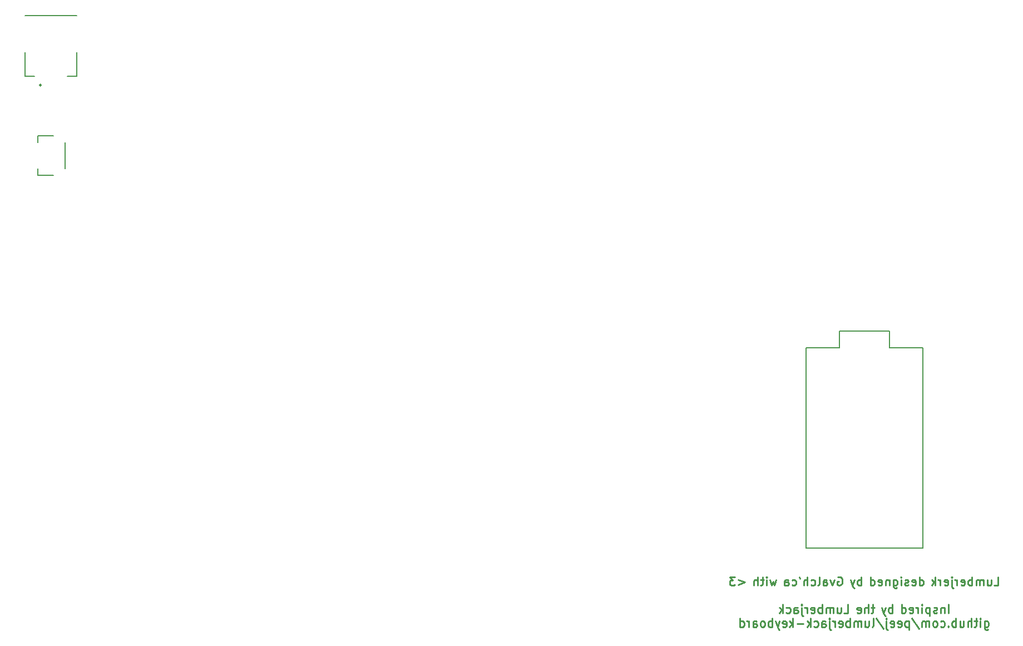
<source format=gbr>
G04 #@! TF.GenerationSoftware,KiCad,Pcbnew,(6.99.0-566-g22ff66f142)*
G04 #@! TF.CreationDate,2022-04-28T17:10:11+03:00*
G04 #@! TF.ProjectId,lumberjerk,6c756d62-6572-46a6-9572-6b2e6b696361,1.2*
G04 #@! TF.SameCoordinates,Original*
G04 #@! TF.FileFunction,Legend,Bot*
G04 #@! TF.FilePolarity,Positive*
%FSLAX46Y46*%
G04 Gerber Fmt 4.6, Leading zero omitted, Abs format (unit mm)*
G04 Created by KiCad (PCBNEW (6.99.0-566-g22ff66f142)) date 2022-04-28 17:10:11*
%MOMM*%
%LPD*%
G01*
G04 APERTURE LIST*
%ADD10C,0.260000*%
%ADD11C,0.150000*%
%ADD12C,0.250000*%
G04 APERTURE END LIST*
D10*
X172128546Y-139222845D02*
X172747594Y-139222845D01*
X172747594Y-139222845D02*
X172747594Y-137922845D01*
X171138070Y-138356178D02*
X171138070Y-139222845D01*
X171695213Y-138356178D02*
X171695213Y-139037130D01*
X171695213Y-139037130D02*
X171633308Y-139160940D01*
X171633308Y-139160940D02*
X171509498Y-139222845D01*
X171509498Y-139222845D02*
X171323784Y-139222845D01*
X171323784Y-139222845D02*
X171199975Y-139160940D01*
X171199975Y-139160940D02*
X171138070Y-139099035D01*
X170519022Y-139222845D02*
X170519022Y-138356178D01*
X170519022Y-138479988D02*
X170457117Y-138418083D01*
X170457117Y-138418083D02*
X170333307Y-138356178D01*
X170333307Y-138356178D02*
X170147593Y-138356178D01*
X170147593Y-138356178D02*
X170023784Y-138418083D01*
X170023784Y-138418083D02*
X169961879Y-138541892D01*
X169961879Y-138541892D02*
X169961879Y-139222845D01*
X169961879Y-138541892D02*
X169899974Y-138418083D01*
X169899974Y-138418083D02*
X169776165Y-138356178D01*
X169776165Y-138356178D02*
X169590450Y-138356178D01*
X169590450Y-138356178D02*
X169466641Y-138418083D01*
X169466641Y-138418083D02*
X169404736Y-138541892D01*
X169404736Y-138541892D02*
X169404736Y-139222845D01*
X168785688Y-139222845D02*
X168785688Y-137922845D01*
X168785688Y-138418083D02*
X168661878Y-138356178D01*
X168661878Y-138356178D02*
X168414259Y-138356178D01*
X168414259Y-138356178D02*
X168290450Y-138418083D01*
X168290450Y-138418083D02*
X168228545Y-138479988D01*
X168228545Y-138479988D02*
X168166640Y-138603797D01*
X168166640Y-138603797D02*
X168166640Y-138975226D01*
X168166640Y-138975226D02*
X168228545Y-139099035D01*
X168228545Y-139099035D02*
X168290450Y-139160940D01*
X168290450Y-139160940D02*
X168414259Y-139222845D01*
X168414259Y-139222845D02*
X168661878Y-139222845D01*
X168661878Y-139222845D02*
X168785688Y-139160940D01*
X167114259Y-139160940D02*
X167238068Y-139222845D01*
X167238068Y-139222845D02*
X167485687Y-139222845D01*
X167485687Y-139222845D02*
X167609497Y-139160940D01*
X167609497Y-139160940D02*
X167671401Y-139037130D01*
X167671401Y-139037130D02*
X167671401Y-138541892D01*
X167671401Y-138541892D02*
X167609497Y-138418083D01*
X167609497Y-138418083D02*
X167485687Y-138356178D01*
X167485687Y-138356178D02*
X167238068Y-138356178D01*
X167238068Y-138356178D02*
X167114259Y-138418083D01*
X167114259Y-138418083D02*
X167052354Y-138541892D01*
X167052354Y-138541892D02*
X167052354Y-138665702D01*
X167052354Y-138665702D02*
X167671401Y-138789511D01*
X166495211Y-139222845D02*
X166495211Y-138356178D01*
X166495211Y-138603797D02*
X166433306Y-138479988D01*
X166433306Y-138479988D02*
X166371401Y-138418083D01*
X166371401Y-138418083D02*
X166247592Y-138356178D01*
X166247592Y-138356178D02*
X166123782Y-138356178D01*
X165690449Y-138356178D02*
X165690449Y-139470464D01*
X165690449Y-139470464D02*
X165752353Y-139594273D01*
X165752353Y-139594273D02*
X165876163Y-139656178D01*
X165876163Y-139656178D02*
X165938068Y-139656178D01*
X165690449Y-137922845D02*
X165752353Y-137984750D01*
X165752353Y-137984750D02*
X165690449Y-138046654D01*
X165690449Y-138046654D02*
X165628544Y-137984750D01*
X165628544Y-137984750D02*
X165690449Y-137922845D01*
X165690449Y-137922845D02*
X165690449Y-138046654D01*
X164576163Y-139160940D02*
X164699972Y-139222845D01*
X164699972Y-139222845D02*
X164947591Y-139222845D01*
X164947591Y-139222845D02*
X165071401Y-139160940D01*
X165071401Y-139160940D02*
X165133305Y-139037130D01*
X165133305Y-139037130D02*
X165133305Y-138541892D01*
X165133305Y-138541892D02*
X165071401Y-138418083D01*
X165071401Y-138418083D02*
X164947591Y-138356178D01*
X164947591Y-138356178D02*
X164699972Y-138356178D01*
X164699972Y-138356178D02*
X164576163Y-138418083D01*
X164576163Y-138418083D02*
X164514258Y-138541892D01*
X164514258Y-138541892D02*
X164514258Y-138665702D01*
X164514258Y-138665702D02*
X165133305Y-138789511D01*
X163957115Y-139222845D02*
X163957115Y-138356178D01*
X163957115Y-138603797D02*
X163895210Y-138479988D01*
X163895210Y-138479988D02*
X163833305Y-138418083D01*
X163833305Y-138418083D02*
X163709496Y-138356178D01*
X163709496Y-138356178D02*
X163585686Y-138356178D01*
X163152353Y-139222845D02*
X163152353Y-137922845D01*
X163028543Y-138727607D02*
X162657115Y-139222845D01*
X162657115Y-138356178D02*
X163152353Y-138851416D01*
X160762829Y-139222845D02*
X160762829Y-137922845D01*
X160762829Y-139160940D02*
X160886638Y-139222845D01*
X160886638Y-139222845D02*
X161134257Y-139222845D01*
X161134257Y-139222845D02*
X161258067Y-139160940D01*
X161258067Y-139160940D02*
X161319972Y-139099035D01*
X161319972Y-139099035D02*
X161381876Y-138975226D01*
X161381876Y-138975226D02*
X161381876Y-138603797D01*
X161381876Y-138603797D02*
X161319972Y-138479988D01*
X161319972Y-138479988D02*
X161258067Y-138418083D01*
X161258067Y-138418083D02*
X161134257Y-138356178D01*
X161134257Y-138356178D02*
X160886638Y-138356178D01*
X160886638Y-138356178D02*
X160762829Y-138418083D01*
X159648543Y-139160940D02*
X159772352Y-139222845D01*
X159772352Y-139222845D02*
X160019971Y-139222845D01*
X160019971Y-139222845D02*
X160143781Y-139160940D01*
X160143781Y-139160940D02*
X160205685Y-139037130D01*
X160205685Y-139037130D02*
X160205685Y-138541892D01*
X160205685Y-138541892D02*
X160143781Y-138418083D01*
X160143781Y-138418083D02*
X160019971Y-138356178D01*
X160019971Y-138356178D02*
X159772352Y-138356178D01*
X159772352Y-138356178D02*
X159648543Y-138418083D01*
X159648543Y-138418083D02*
X159586638Y-138541892D01*
X159586638Y-138541892D02*
X159586638Y-138665702D01*
X159586638Y-138665702D02*
X160205685Y-138789511D01*
X159091399Y-139160940D02*
X158967590Y-139222845D01*
X158967590Y-139222845D02*
X158719971Y-139222845D01*
X158719971Y-139222845D02*
X158596161Y-139160940D01*
X158596161Y-139160940D02*
X158534257Y-139037130D01*
X158534257Y-139037130D02*
X158534257Y-138975226D01*
X158534257Y-138975226D02*
X158596161Y-138851416D01*
X158596161Y-138851416D02*
X158719971Y-138789511D01*
X158719971Y-138789511D02*
X158905685Y-138789511D01*
X158905685Y-138789511D02*
X159029495Y-138727607D01*
X159029495Y-138727607D02*
X159091399Y-138603797D01*
X159091399Y-138603797D02*
X159091399Y-138541892D01*
X159091399Y-138541892D02*
X159029495Y-138418083D01*
X159029495Y-138418083D02*
X158905685Y-138356178D01*
X158905685Y-138356178D02*
X158719971Y-138356178D01*
X158719971Y-138356178D02*
X158596161Y-138418083D01*
X157977114Y-139222845D02*
X157977114Y-138356178D01*
X157977114Y-137922845D02*
X158039018Y-137984750D01*
X158039018Y-137984750D02*
X157977114Y-138046654D01*
X157977114Y-138046654D02*
X157915209Y-137984750D01*
X157915209Y-137984750D02*
X157977114Y-137922845D01*
X157977114Y-137922845D02*
X157977114Y-138046654D01*
X156800923Y-138356178D02*
X156800923Y-139408559D01*
X156800923Y-139408559D02*
X156862828Y-139532369D01*
X156862828Y-139532369D02*
X156924732Y-139594273D01*
X156924732Y-139594273D02*
X157048542Y-139656178D01*
X157048542Y-139656178D02*
X157234256Y-139656178D01*
X157234256Y-139656178D02*
X157358066Y-139594273D01*
X156800923Y-139160940D02*
X156924732Y-139222845D01*
X156924732Y-139222845D02*
X157172351Y-139222845D01*
X157172351Y-139222845D02*
X157296161Y-139160940D01*
X157296161Y-139160940D02*
X157358066Y-139099035D01*
X157358066Y-139099035D02*
X157419970Y-138975226D01*
X157419970Y-138975226D02*
X157419970Y-138603797D01*
X157419970Y-138603797D02*
X157358066Y-138479988D01*
X157358066Y-138479988D02*
X157296161Y-138418083D01*
X157296161Y-138418083D02*
X157172351Y-138356178D01*
X157172351Y-138356178D02*
X156924732Y-138356178D01*
X156924732Y-138356178D02*
X156800923Y-138418083D01*
X156181875Y-138356178D02*
X156181875Y-139222845D01*
X156181875Y-138479988D02*
X156119970Y-138418083D01*
X156119970Y-138418083D02*
X155996160Y-138356178D01*
X155996160Y-138356178D02*
X155810446Y-138356178D01*
X155810446Y-138356178D02*
X155686637Y-138418083D01*
X155686637Y-138418083D02*
X155624732Y-138541892D01*
X155624732Y-138541892D02*
X155624732Y-139222845D01*
X154510446Y-139160940D02*
X154634255Y-139222845D01*
X154634255Y-139222845D02*
X154881874Y-139222845D01*
X154881874Y-139222845D02*
X155005684Y-139160940D01*
X155005684Y-139160940D02*
X155067588Y-139037130D01*
X155067588Y-139037130D02*
X155067588Y-138541892D01*
X155067588Y-138541892D02*
X155005684Y-138418083D01*
X155005684Y-138418083D02*
X154881874Y-138356178D01*
X154881874Y-138356178D02*
X154634255Y-138356178D01*
X154634255Y-138356178D02*
X154510446Y-138418083D01*
X154510446Y-138418083D02*
X154448541Y-138541892D01*
X154448541Y-138541892D02*
X154448541Y-138665702D01*
X154448541Y-138665702D02*
X155067588Y-138789511D01*
X153334255Y-139222845D02*
X153334255Y-137922845D01*
X153334255Y-139160940D02*
X153458064Y-139222845D01*
X153458064Y-139222845D02*
X153705683Y-139222845D01*
X153705683Y-139222845D02*
X153829493Y-139160940D01*
X153829493Y-139160940D02*
X153891398Y-139099035D01*
X153891398Y-139099035D02*
X153953302Y-138975226D01*
X153953302Y-138975226D02*
X153953302Y-138603797D01*
X153953302Y-138603797D02*
X153891398Y-138479988D01*
X153891398Y-138479988D02*
X153829493Y-138418083D01*
X153829493Y-138418083D02*
X153705683Y-138356178D01*
X153705683Y-138356178D02*
X153458064Y-138356178D01*
X153458064Y-138356178D02*
X153334255Y-138418083D01*
X151935207Y-139222845D02*
X151935207Y-137922845D01*
X151935207Y-138418083D02*
X151811397Y-138356178D01*
X151811397Y-138356178D02*
X151563778Y-138356178D01*
X151563778Y-138356178D02*
X151439969Y-138418083D01*
X151439969Y-138418083D02*
X151378064Y-138479988D01*
X151378064Y-138479988D02*
X151316159Y-138603797D01*
X151316159Y-138603797D02*
X151316159Y-138975226D01*
X151316159Y-138975226D02*
X151378064Y-139099035D01*
X151378064Y-139099035D02*
X151439969Y-139160940D01*
X151439969Y-139160940D02*
X151563778Y-139222845D01*
X151563778Y-139222845D02*
X151811397Y-139222845D01*
X151811397Y-139222845D02*
X151935207Y-139160940D01*
X150882825Y-138356178D02*
X150573301Y-139222845D01*
X150263778Y-138356178D02*
X150573301Y-139222845D01*
X150573301Y-139222845D02*
X150697111Y-139532369D01*
X150697111Y-139532369D02*
X150759016Y-139594273D01*
X150759016Y-139594273D02*
X150882825Y-139656178D01*
X148307586Y-137984750D02*
X148431396Y-137922845D01*
X148431396Y-137922845D02*
X148617110Y-137922845D01*
X148617110Y-137922845D02*
X148802824Y-137984750D01*
X148802824Y-137984750D02*
X148926634Y-138108559D01*
X148926634Y-138108559D02*
X148988539Y-138232369D01*
X148988539Y-138232369D02*
X149050443Y-138479988D01*
X149050443Y-138479988D02*
X149050443Y-138665702D01*
X149050443Y-138665702D02*
X148988539Y-138913321D01*
X148988539Y-138913321D02*
X148926634Y-139037130D01*
X148926634Y-139037130D02*
X148802824Y-139160940D01*
X148802824Y-139160940D02*
X148617110Y-139222845D01*
X148617110Y-139222845D02*
X148493301Y-139222845D01*
X148493301Y-139222845D02*
X148307586Y-139160940D01*
X148307586Y-139160940D02*
X148245682Y-139099035D01*
X148245682Y-139099035D02*
X148245682Y-138665702D01*
X148245682Y-138665702D02*
X148493301Y-138665702D01*
X147812348Y-138356178D02*
X147502824Y-139222845D01*
X147502824Y-139222845D02*
X147193301Y-138356178D01*
X146140919Y-139222845D02*
X146140919Y-138541892D01*
X146140919Y-138541892D02*
X146202824Y-138418083D01*
X146202824Y-138418083D02*
X146326633Y-138356178D01*
X146326633Y-138356178D02*
X146574252Y-138356178D01*
X146574252Y-138356178D02*
X146698062Y-138418083D01*
X146140919Y-139160940D02*
X146264728Y-139222845D01*
X146264728Y-139222845D02*
X146574252Y-139222845D01*
X146574252Y-139222845D02*
X146698062Y-139160940D01*
X146698062Y-139160940D02*
X146759966Y-139037130D01*
X146759966Y-139037130D02*
X146759966Y-138913321D01*
X146759966Y-138913321D02*
X146698062Y-138789511D01*
X146698062Y-138789511D02*
X146574252Y-138727607D01*
X146574252Y-138727607D02*
X146264728Y-138727607D01*
X146264728Y-138727607D02*
X146140919Y-138665702D01*
X145336156Y-139222845D02*
X145459966Y-139160940D01*
X145459966Y-139160940D02*
X145521871Y-139037130D01*
X145521871Y-139037130D02*
X145521871Y-137922845D01*
X144283775Y-139160940D02*
X144407584Y-139222845D01*
X144407584Y-139222845D02*
X144655203Y-139222845D01*
X144655203Y-139222845D02*
X144779013Y-139160940D01*
X144779013Y-139160940D02*
X144840918Y-139099035D01*
X144840918Y-139099035D02*
X144902822Y-138975226D01*
X144902822Y-138975226D02*
X144902822Y-138603797D01*
X144902822Y-138603797D02*
X144840918Y-138479988D01*
X144840918Y-138479988D02*
X144779013Y-138418083D01*
X144779013Y-138418083D02*
X144655203Y-138356178D01*
X144655203Y-138356178D02*
X144407584Y-138356178D01*
X144407584Y-138356178D02*
X144283775Y-138418083D01*
X143726632Y-139222845D02*
X143726632Y-137922845D01*
X143169489Y-139222845D02*
X143169489Y-138541892D01*
X143169489Y-138541892D02*
X143231394Y-138418083D01*
X143231394Y-138418083D02*
X143355203Y-138356178D01*
X143355203Y-138356178D02*
X143540917Y-138356178D01*
X143540917Y-138356178D02*
X143664727Y-138418083D01*
X143664727Y-138418083D02*
X143726632Y-138479988D01*
X142488536Y-137922845D02*
X142612345Y-138170464D01*
X141374250Y-139160940D02*
X141498059Y-139222845D01*
X141498059Y-139222845D02*
X141745678Y-139222845D01*
X141745678Y-139222845D02*
X141869488Y-139160940D01*
X141869488Y-139160940D02*
X141931393Y-139099035D01*
X141931393Y-139099035D02*
X141993297Y-138975226D01*
X141993297Y-138975226D02*
X141993297Y-138603797D01*
X141993297Y-138603797D02*
X141931393Y-138479988D01*
X141931393Y-138479988D02*
X141869488Y-138418083D01*
X141869488Y-138418083D02*
X141745678Y-138356178D01*
X141745678Y-138356178D02*
X141498059Y-138356178D01*
X141498059Y-138356178D02*
X141374250Y-138418083D01*
X140259964Y-139222845D02*
X140259964Y-138541892D01*
X140259964Y-138541892D02*
X140321869Y-138418083D01*
X140321869Y-138418083D02*
X140445678Y-138356178D01*
X140445678Y-138356178D02*
X140693297Y-138356178D01*
X140693297Y-138356178D02*
X140817107Y-138418083D01*
X140259964Y-139160940D02*
X140383773Y-139222845D01*
X140383773Y-139222845D02*
X140693297Y-139222845D01*
X140693297Y-139222845D02*
X140817107Y-139160940D01*
X140817107Y-139160940D02*
X140879011Y-139037130D01*
X140879011Y-139037130D02*
X140879011Y-138913321D01*
X140879011Y-138913321D02*
X140817107Y-138789511D01*
X140817107Y-138789511D02*
X140693297Y-138727607D01*
X140693297Y-138727607D02*
X140383773Y-138727607D01*
X140383773Y-138727607D02*
X140259964Y-138665702D01*
X138984725Y-138356178D02*
X138737106Y-139222845D01*
X138737106Y-139222845D02*
X138489487Y-138603797D01*
X138489487Y-138603797D02*
X138241868Y-139222845D01*
X138241868Y-139222845D02*
X137994249Y-138356178D01*
X137499011Y-139222845D02*
X137499011Y-138356178D01*
X137499011Y-137922845D02*
X137560915Y-137984750D01*
X137560915Y-137984750D02*
X137499011Y-138046654D01*
X137499011Y-138046654D02*
X137437106Y-137984750D01*
X137437106Y-137984750D02*
X137499011Y-137922845D01*
X137499011Y-137922845D02*
X137499011Y-138046654D01*
X137065677Y-138356178D02*
X136570439Y-138356178D01*
X136879963Y-137922845D02*
X136879963Y-139037130D01*
X136879963Y-139037130D02*
X136818058Y-139160940D01*
X136818058Y-139160940D02*
X136694248Y-139222845D01*
X136694248Y-139222845D02*
X136570439Y-139222845D01*
X136137105Y-139222845D02*
X136137105Y-137922845D01*
X135579962Y-139222845D02*
X135579962Y-138541892D01*
X135579962Y-138541892D02*
X135641867Y-138418083D01*
X135641867Y-138418083D02*
X135765676Y-138356178D01*
X135765676Y-138356178D02*
X135951390Y-138356178D01*
X135951390Y-138356178D02*
X136075200Y-138418083D01*
X136075200Y-138418083D02*
X136137105Y-138479988D01*
X133190438Y-138356178D02*
X134180914Y-138727607D01*
X134180914Y-138727607D02*
X133190438Y-139099035D01*
X132695199Y-137922845D02*
X131890437Y-137922845D01*
X131890437Y-137922845D02*
X132323771Y-138418083D01*
X132323771Y-138418083D02*
X132138056Y-138418083D01*
X132138056Y-138418083D02*
X132014247Y-138479988D01*
X132014247Y-138479988D02*
X131952342Y-138541892D01*
X131952342Y-138541892D02*
X131890437Y-138665702D01*
X131890437Y-138665702D02*
X131890437Y-138975226D01*
X131890437Y-138975226D02*
X131952342Y-139099035D01*
X131952342Y-139099035D02*
X132014247Y-139160940D01*
X132014247Y-139160940D02*
X132138056Y-139222845D01*
X132138056Y-139222845D02*
X132509485Y-139222845D01*
X132509485Y-139222845D02*
X132633294Y-139160940D01*
X132633294Y-139160940D02*
X132695199Y-139099035D01*
X165189020Y-143434845D02*
X165189020Y-142134845D01*
X164569972Y-142568178D02*
X164569972Y-143434845D01*
X164569972Y-142691988D02*
X164508067Y-142630083D01*
X164508067Y-142630083D02*
X164384257Y-142568178D01*
X164384257Y-142568178D02*
X164198543Y-142568178D01*
X164198543Y-142568178D02*
X164074734Y-142630083D01*
X164074734Y-142630083D02*
X164012829Y-142753892D01*
X164012829Y-142753892D02*
X164012829Y-143434845D01*
X163455685Y-143372940D02*
X163331876Y-143434845D01*
X163331876Y-143434845D02*
X163084257Y-143434845D01*
X163084257Y-143434845D02*
X162960447Y-143372940D01*
X162960447Y-143372940D02*
X162898543Y-143249130D01*
X162898543Y-143249130D02*
X162898543Y-143187226D01*
X162898543Y-143187226D02*
X162960447Y-143063416D01*
X162960447Y-143063416D02*
X163084257Y-143001511D01*
X163084257Y-143001511D02*
X163269971Y-143001511D01*
X163269971Y-143001511D02*
X163393781Y-142939607D01*
X163393781Y-142939607D02*
X163455685Y-142815797D01*
X163455685Y-142815797D02*
X163455685Y-142753892D01*
X163455685Y-142753892D02*
X163393781Y-142630083D01*
X163393781Y-142630083D02*
X163269971Y-142568178D01*
X163269971Y-142568178D02*
X163084257Y-142568178D01*
X163084257Y-142568178D02*
X162960447Y-142630083D01*
X162341400Y-142568178D02*
X162341400Y-143868178D01*
X162341400Y-142630083D02*
X162217590Y-142568178D01*
X162217590Y-142568178D02*
X161969971Y-142568178D01*
X161969971Y-142568178D02*
X161846162Y-142630083D01*
X161846162Y-142630083D02*
X161784257Y-142691988D01*
X161784257Y-142691988D02*
X161722352Y-142815797D01*
X161722352Y-142815797D02*
X161722352Y-143187226D01*
X161722352Y-143187226D02*
X161784257Y-143311035D01*
X161784257Y-143311035D02*
X161846162Y-143372940D01*
X161846162Y-143372940D02*
X161969971Y-143434845D01*
X161969971Y-143434845D02*
X162217590Y-143434845D01*
X162217590Y-143434845D02*
X162341400Y-143372940D01*
X161165209Y-143434845D02*
X161165209Y-142568178D01*
X161165209Y-142134845D02*
X161227113Y-142196750D01*
X161227113Y-142196750D02*
X161165209Y-142258654D01*
X161165209Y-142258654D02*
X161103304Y-142196750D01*
X161103304Y-142196750D02*
X161165209Y-142134845D01*
X161165209Y-142134845D02*
X161165209Y-142258654D01*
X160546161Y-143434845D02*
X160546161Y-142568178D01*
X160546161Y-142815797D02*
X160484256Y-142691988D01*
X160484256Y-142691988D02*
X160422351Y-142630083D01*
X160422351Y-142630083D02*
X160298542Y-142568178D01*
X160298542Y-142568178D02*
X160174732Y-142568178D01*
X159246161Y-143372940D02*
X159369970Y-143434845D01*
X159369970Y-143434845D02*
X159617589Y-143434845D01*
X159617589Y-143434845D02*
X159741399Y-143372940D01*
X159741399Y-143372940D02*
X159803303Y-143249130D01*
X159803303Y-143249130D02*
X159803303Y-142753892D01*
X159803303Y-142753892D02*
X159741399Y-142630083D01*
X159741399Y-142630083D02*
X159617589Y-142568178D01*
X159617589Y-142568178D02*
X159369970Y-142568178D01*
X159369970Y-142568178D02*
X159246161Y-142630083D01*
X159246161Y-142630083D02*
X159184256Y-142753892D01*
X159184256Y-142753892D02*
X159184256Y-142877702D01*
X159184256Y-142877702D02*
X159803303Y-143001511D01*
X158069970Y-143434845D02*
X158069970Y-142134845D01*
X158069970Y-143372940D02*
X158193779Y-143434845D01*
X158193779Y-143434845D02*
X158441398Y-143434845D01*
X158441398Y-143434845D02*
X158565208Y-143372940D01*
X158565208Y-143372940D02*
X158627113Y-143311035D01*
X158627113Y-143311035D02*
X158689017Y-143187226D01*
X158689017Y-143187226D02*
X158689017Y-142815797D01*
X158689017Y-142815797D02*
X158627113Y-142691988D01*
X158627113Y-142691988D02*
X158565208Y-142630083D01*
X158565208Y-142630083D02*
X158441398Y-142568178D01*
X158441398Y-142568178D02*
X158193779Y-142568178D01*
X158193779Y-142568178D02*
X158069970Y-142630083D01*
X156670922Y-143434845D02*
X156670922Y-142134845D01*
X156670922Y-142630083D02*
X156547112Y-142568178D01*
X156547112Y-142568178D02*
X156299493Y-142568178D01*
X156299493Y-142568178D02*
X156175684Y-142630083D01*
X156175684Y-142630083D02*
X156113779Y-142691988D01*
X156113779Y-142691988D02*
X156051874Y-142815797D01*
X156051874Y-142815797D02*
X156051874Y-143187226D01*
X156051874Y-143187226D02*
X156113779Y-143311035D01*
X156113779Y-143311035D02*
X156175684Y-143372940D01*
X156175684Y-143372940D02*
X156299493Y-143434845D01*
X156299493Y-143434845D02*
X156547112Y-143434845D01*
X156547112Y-143434845D02*
X156670922Y-143372940D01*
X155618540Y-142568178D02*
X155309016Y-143434845D01*
X154999493Y-142568178D02*
X155309016Y-143434845D01*
X155309016Y-143434845D02*
X155432826Y-143744369D01*
X155432826Y-143744369D02*
X155494731Y-143806273D01*
X155494731Y-143806273D02*
X155618540Y-143868178D01*
X153909968Y-142568178D02*
X153414730Y-142568178D01*
X153724254Y-142134845D02*
X153724254Y-143249130D01*
X153724254Y-143249130D02*
X153662349Y-143372940D01*
X153662349Y-143372940D02*
X153538539Y-143434845D01*
X153538539Y-143434845D02*
X153414730Y-143434845D01*
X152981396Y-143434845D02*
X152981396Y-142134845D01*
X152424253Y-143434845D02*
X152424253Y-142753892D01*
X152424253Y-142753892D02*
X152486158Y-142630083D01*
X152486158Y-142630083D02*
X152609967Y-142568178D01*
X152609967Y-142568178D02*
X152795681Y-142568178D01*
X152795681Y-142568178D02*
X152919491Y-142630083D01*
X152919491Y-142630083D02*
X152981396Y-142691988D01*
X151309967Y-143372940D02*
X151433776Y-143434845D01*
X151433776Y-143434845D02*
X151681395Y-143434845D01*
X151681395Y-143434845D02*
X151805205Y-143372940D01*
X151805205Y-143372940D02*
X151867109Y-143249130D01*
X151867109Y-143249130D02*
X151867109Y-142753892D01*
X151867109Y-142753892D02*
X151805205Y-142630083D01*
X151805205Y-142630083D02*
X151681395Y-142568178D01*
X151681395Y-142568178D02*
X151433776Y-142568178D01*
X151433776Y-142568178D02*
X151309967Y-142630083D01*
X151309967Y-142630083D02*
X151248062Y-142753892D01*
X151248062Y-142753892D02*
X151248062Y-142877702D01*
X151248062Y-142877702D02*
X151867109Y-143001511D01*
X149291871Y-143434845D02*
X149910919Y-143434845D01*
X149910919Y-143434845D02*
X149910919Y-142134845D01*
X148301395Y-142568178D02*
X148301395Y-143434845D01*
X148858538Y-142568178D02*
X148858538Y-143249130D01*
X148858538Y-143249130D02*
X148796633Y-143372940D01*
X148796633Y-143372940D02*
X148672823Y-143434845D01*
X148672823Y-143434845D02*
X148487109Y-143434845D01*
X148487109Y-143434845D02*
X148363300Y-143372940D01*
X148363300Y-143372940D02*
X148301395Y-143311035D01*
X147682347Y-143434845D02*
X147682347Y-142568178D01*
X147682347Y-142691988D02*
X147620442Y-142630083D01*
X147620442Y-142630083D02*
X147496632Y-142568178D01*
X147496632Y-142568178D02*
X147310918Y-142568178D01*
X147310918Y-142568178D02*
X147187109Y-142630083D01*
X147187109Y-142630083D02*
X147125204Y-142753892D01*
X147125204Y-142753892D02*
X147125204Y-143434845D01*
X147125204Y-142753892D02*
X147063299Y-142630083D01*
X147063299Y-142630083D02*
X146939490Y-142568178D01*
X146939490Y-142568178D02*
X146753775Y-142568178D01*
X146753775Y-142568178D02*
X146629966Y-142630083D01*
X146629966Y-142630083D02*
X146568061Y-142753892D01*
X146568061Y-142753892D02*
X146568061Y-143434845D01*
X145949013Y-143434845D02*
X145949013Y-142134845D01*
X145949013Y-142630083D02*
X145825203Y-142568178D01*
X145825203Y-142568178D02*
X145577584Y-142568178D01*
X145577584Y-142568178D02*
X145453775Y-142630083D01*
X145453775Y-142630083D02*
X145391870Y-142691988D01*
X145391870Y-142691988D02*
X145329965Y-142815797D01*
X145329965Y-142815797D02*
X145329965Y-143187226D01*
X145329965Y-143187226D02*
X145391870Y-143311035D01*
X145391870Y-143311035D02*
X145453775Y-143372940D01*
X145453775Y-143372940D02*
X145577584Y-143434845D01*
X145577584Y-143434845D02*
X145825203Y-143434845D01*
X145825203Y-143434845D02*
X145949013Y-143372940D01*
X144277584Y-143372940D02*
X144401393Y-143434845D01*
X144401393Y-143434845D02*
X144649012Y-143434845D01*
X144649012Y-143434845D02*
X144772822Y-143372940D01*
X144772822Y-143372940D02*
X144834726Y-143249130D01*
X144834726Y-143249130D02*
X144834726Y-142753892D01*
X144834726Y-142753892D02*
X144772822Y-142630083D01*
X144772822Y-142630083D02*
X144649012Y-142568178D01*
X144649012Y-142568178D02*
X144401393Y-142568178D01*
X144401393Y-142568178D02*
X144277584Y-142630083D01*
X144277584Y-142630083D02*
X144215679Y-142753892D01*
X144215679Y-142753892D02*
X144215679Y-142877702D01*
X144215679Y-142877702D02*
X144834726Y-143001511D01*
X143658536Y-143434845D02*
X143658536Y-142568178D01*
X143658536Y-142815797D02*
X143596631Y-142691988D01*
X143596631Y-142691988D02*
X143534726Y-142630083D01*
X143534726Y-142630083D02*
X143410917Y-142568178D01*
X143410917Y-142568178D02*
X143287107Y-142568178D01*
X142853774Y-142568178D02*
X142853774Y-143682464D01*
X142853774Y-143682464D02*
X142915678Y-143806273D01*
X142915678Y-143806273D02*
X143039488Y-143868178D01*
X143039488Y-143868178D02*
X143101393Y-143868178D01*
X142853774Y-142134845D02*
X142915678Y-142196750D01*
X142915678Y-142196750D02*
X142853774Y-142258654D01*
X142853774Y-142258654D02*
X142791869Y-142196750D01*
X142791869Y-142196750D02*
X142853774Y-142134845D01*
X142853774Y-142134845D02*
X142853774Y-142258654D01*
X141677583Y-143434845D02*
X141677583Y-142753892D01*
X141677583Y-142753892D02*
X141739488Y-142630083D01*
X141739488Y-142630083D02*
X141863297Y-142568178D01*
X141863297Y-142568178D02*
X142110916Y-142568178D01*
X142110916Y-142568178D02*
X142234726Y-142630083D01*
X141677583Y-143372940D02*
X141801392Y-143434845D01*
X141801392Y-143434845D02*
X142110916Y-143434845D01*
X142110916Y-143434845D02*
X142234726Y-143372940D01*
X142234726Y-143372940D02*
X142296630Y-143249130D01*
X142296630Y-143249130D02*
X142296630Y-143125321D01*
X142296630Y-143125321D02*
X142234726Y-143001511D01*
X142234726Y-143001511D02*
X142110916Y-142939607D01*
X142110916Y-142939607D02*
X141801392Y-142939607D01*
X141801392Y-142939607D02*
X141677583Y-142877702D01*
X140501392Y-143372940D02*
X140625201Y-143434845D01*
X140625201Y-143434845D02*
X140872820Y-143434845D01*
X140872820Y-143434845D02*
X140996630Y-143372940D01*
X140996630Y-143372940D02*
X141058535Y-143311035D01*
X141058535Y-143311035D02*
X141120439Y-143187226D01*
X141120439Y-143187226D02*
X141120439Y-142815797D01*
X141120439Y-142815797D02*
X141058535Y-142691988D01*
X141058535Y-142691988D02*
X140996630Y-142630083D01*
X140996630Y-142630083D02*
X140872820Y-142568178D01*
X140872820Y-142568178D02*
X140625201Y-142568178D01*
X140625201Y-142568178D02*
X140501392Y-142630083D01*
X139944249Y-143434845D02*
X139944249Y-142134845D01*
X139820439Y-142939607D02*
X139449011Y-143434845D01*
X139449011Y-142568178D02*
X139944249Y-143063416D01*
X170673784Y-144674178D02*
X170673784Y-145726559D01*
X170673784Y-145726559D02*
X170735689Y-145850369D01*
X170735689Y-145850369D02*
X170797593Y-145912273D01*
X170797593Y-145912273D02*
X170921403Y-145974178D01*
X170921403Y-145974178D02*
X171107117Y-145974178D01*
X171107117Y-145974178D02*
X171230927Y-145912273D01*
X170673784Y-145478940D02*
X170797593Y-145540845D01*
X170797593Y-145540845D02*
X171045212Y-145540845D01*
X171045212Y-145540845D02*
X171169022Y-145478940D01*
X171169022Y-145478940D02*
X171230927Y-145417035D01*
X171230927Y-145417035D02*
X171292831Y-145293226D01*
X171292831Y-145293226D02*
X171292831Y-144921797D01*
X171292831Y-144921797D02*
X171230927Y-144797988D01*
X171230927Y-144797988D02*
X171169022Y-144736083D01*
X171169022Y-144736083D02*
X171045212Y-144674178D01*
X171045212Y-144674178D02*
X170797593Y-144674178D01*
X170797593Y-144674178D02*
X170673784Y-144736083D01*
X170054736Y-145540845D02*
X170054736Y-144674178D01*
X170054736Y-144240845D02*
X170116640Y-144302750D01*
X170116640Y-144302750D02*
X170054736Y-144364654D01*
X170054736Y-144364654D02*
X169992831Y-144302750D01*
X169992831Y-144302750D02*
X170054736Y-144240845D01*
X170054736Y-144240845D02*
X170054736Y-144364654D01*
X169621402Y-144674178D02*
X169126164Y-144674178D01*
X169435688Y-144240845D02*
X169435688Y-145355130D01*
X169435688Y-145355130D02*
X169373783Y-145478940D01*
X169373783Y-145478940D02*
X169249973Y-145540845D01*
X169249973Y-145540845D02*
X169126164Y-145540845D01*
X168692830Y-145540845D02*
X168692830Y-144240845D01*
X168135687Y-145540845D02*
X168135687Y-144859892D01*
X168135687Y-144859892D02*
X168197592Y-144736083D01*
X168197592Y-144736083D02*
X168321401Y-144674178D01*
X168321401Y-144674178D02*
X168507115Y-144674178D01*
X168507115Y-144674178D02*
X168630925Y-144736083D01*
X168630925Y-144736083D02*
X168692830Y-144797988D01*
X166959496Y-144674178D02*
X166959496Y-145540845D01*
X167516639Y-144674178D02*
X167516639Y-145355130D01*
X167516639Y-145355130D02*
X167454734Y-145478940D01*
X167454734Y-145478940D02*
X167330924Y-145540845D01*
X167330924Y-145540845D02*
X167145210Y-145540845D01*
X167145210Y-145540845D02*
X167021401Y-145478940D01*
X167021401Y-145478940D02*
X166959496Y-145417035D01*
X166340448Y-145540845D02*
X166340448Y-144240845D01*
X166340448Y-144736083D02*
X166216638Y-144674178D01*
X166216638Y-144674178D02*
X165969019Y-144674178D01*
X165969019Y-144674178D02*
X165845210Y-144736083D01*
X165845210Y-144736083D02*
X165783305Y-144797988D01*
X165783305Y-144797988D02*
X165721400Y-144921797D01*
X165721400Y-144921797D02*
X165721400Y-145293226D01*
X165721400Y-145293226D02*
X165783305Y-145417035D01*
X165783305Y-145417035D02*
X165845210Y-145478940D01*
X165845210Y-145478940D02*
X165969019Y-145540845D01*
X165969019Y-145540845D02*
X166216638Y-145540845D01*
X166216638Y-145540845D02*
X166340448Y-145478940D01*
X165164257Y-145417035D02*
X165102352Y-145478940D01*
X165102352Y-145478940D02*
X165164257Y-145540845D01*
X165164257Y-145540845D02*
X165226161Y-145478940D01*
X165226161Y-145478940D02*
X165164257Y-145417035D01*
X165164257Y-145417035D02*
X165164257Y-145540845D01*
X163988066Y-145478940D02*
X164111875Y-145540845D01*
X164111875Y-145540845D02*
X164359494Y-145540845D01*
X164359494Y-145540845D02*
X164483304Y-145478940D01*
X164483304Y-145478940D02*
X164545209Y-145417035D01*
X164545209Y-145417035D02*
X164607113Y-145293226D01*
X164607113Y-145293226D02*
X164607113Y-144921797D01*
X164607113Y-144921797D02*
X164545209Y-144797988D01*
X164545209Y-144797988D02*
X164483304Y-144736083D01*
X164483304Y-144736083D02*
X164359494Y-144674178D01*
X164359494Y-144674178D02*
X164111875Y-144674178D01*
X164111875Y-144674178D02*
X163988066Y-144736083D01*
X163245208Y-145540845D02*
X163369018Y-145478940D01*
X163369018Y-145478940D02*
X163430923Y-145417035D01*
X163430923Y-145417035D02*
X163492827Y-145293226D01*
X163492827Y-145293226D02*
X163492827Y-144921797D01*
X163492827Y-144921797D02*
X163430923Y-144797988D01*
X163430923Y-144797988D02*
X163369018Y-144736083D01*
X163369018Y-144736083D02*
X163245208Y-144674178D01*
X163245208Y-144674178D02*
X163059494Y-144674178D01*
X163059494Y-144674178D02*
X162935685Y-144736083D01*
X162935685Y-144736083D02*
X162873780Y-144797988D01*
X162873780Y-144797988D02*
X162811875Y-144921797D01*
X162811875Y-144921797D02*
X162811875Y-145293226D01*
X162811875Y-145293226D02*
X162873780Y-145417035D01*
X162873780Y-145417035D02*
X162935685Y-145478940D01*
X162935685Y-145478940D02*
X163059494Y-145540845D01*
X163059494Y-145540845D02*
X163245208Y-145540845D01*
X162254732Y-145540845D02*
X162254732Y-144674178D01*
X162254732Y-144797988D02*
X162192827Y-144736083D01*
X162192827Y-144736083D02*
X162069017Y-144674178D01*
X162069017Y-144674178D02*
X161883303Y-144674178D01*
X161883303Y-144674178D02*
X161759494Y-144736083D01*
X161759494Y-144736083D02*
X161697589Y-144859892D01*
X161697589Y-144859892D02*
X161697589Y-145540845D01*
X161697589Y-144859892D02*
X161635684Y-144736083D01*
X161635684Y-144736083D02*
X161511875Y-144674178D01*
X161511875Y-144674178D02*
X161326160Y-144674178D01*
X161326160Y-144674178D02*
X161202351Y-144736083D01*
X161202351Y-144736083D02*
X161140446Y-144859892D01*
X161140446Y-144859892D02*
X161140446Y-145540845D01*
X159592826Y-144178940D02*
X160707112Y-145850369D01*
X159159493Y-144674178D02*
X159159493Y-145974178D01*
X159159493Y-144736083D02*
X159035683Y-144674178D01*
X159035683Y-144674178D02*
X158788064Y-144674178D01*
X158788064Y-144674178D02*
X158664255Y-144736083D01*
X158664255Y-144736083D02*
X158602350Y-144797988D01*
X158602350Y-144797988D02*
X158540445Y-144921797D01*
X158540445Y-144921797D02*
X158540445Y-145293226D01*
X158540445Y-145293226D02*
X158602350Y-145417035D01*
X158602350Y-145417035D02*
X158664255Y-145478940D01*
X158664255Y-145478940D02*
X158788064Y-145540845D01*
X158788064Y-145540845D02*
X159035683Y-145540845D01*
X159035683Y-145540845D02*
X159159493Y-145478940D01*
X157488064Y-145478940D02*
X157611873Y-145540845D01*
X157611873Y-145540845D02*
X157859492Y-145540845D01*
X157859492Y-145540845D02*
X157983302Y-145478940D01*
X157983302Y-145478940D02*
X158045206Y-145355130D01*
X158045206Y-145355130D02*
X158045206Y-144859892D01*
X158045206Y-144859892D02*
X157983302Y-144736083D01*
X157983302Y-144736083D02*
X157859492Y-144674178D01*
X157859492Y-144674178D02*
X157611873Y-144674178D01*
X157611873Y-144674178D02*
X157488064Y-144736083D01*
X157488064Y-144736083D02*
X157426159Y-144859892D01*
X157426159Y-144859892D02*
X157426159Y-144983702D01*
X157426159Y-144983702D02*
X158045206Y-145107511D01*
X156373778Y-145478940D02*
X156497587Y-145540845D01*
X156497587Y-145540845D02*
X156745206Y-145540845D01*
X156745206Y-145540845D02*
X156869016Y-145478940D01*
X156869016Y-145478940D02*
X156930920Y-145355130D01*
X156930920Y-145355130D02*
X156930920Y-144859892D01*
X156930920Y-144859892D02*
X156869016Y-144736083D01*
X156869016Y-144736083D02*
X156745206Y-144674178D01*
X156745206Y-144674178D02*
X156497587Y-144674178D01*
X156497587Y-144674178D02*
X156373778Y-144736083D01*
X156373778Y-144736083D02*
X156311873Y-144859892D01*
X156311873Y-144859892D02*
X156311873Y-144983702D01*
X156311873Y-144983702D02*
X156930920Y-145107511D01*
X155754730Y-144674178D02*
X155754730Y-145788464D01*
X155754730Y-145788464D02*
X155816634Y-145912273D01*
X155816634Y-145912273D02*
X155940444Y-145974178D01*
X155940444Y-145974178D02*
X156002349Y-145974178D01*
X155754730Y-144240845D02*
X155816634Y-144302750D01*
X155816634Y-144302750D02*
X155754730Y-144364654D01*
X155754730Y-144364654D02*
X155692825Y-144302750D01*
X155692825Y-144302750D02*
X155754730Y-144240845D01*
X155754730Y-144240845D02*
X155754730Y-144364654D01*
X154207110Y-144178940D02*
X155321396Y-145850369D01*
X153588062Y-145540845D02*
X153711872Y-145478940D01*
X153711872Y-145478940D02*
X153773777Y-145355130D01*
X153773777Y-145355130D02*
X153773777Y-144240845D01*
X152535681Y-144674178D02*
X152535681Y-145540845D01*
X153092824Y-144674178D02*
X153092824Y-145355130D01*
X153092824Y-145355130D02*
X153030919Y-145478940D01*
X153030919Y-145478940D02*
X152907109Y-145540845D01*
X152907109Y-145540845D02*
X152721395Y-145540845D01*
X152721395Y-145540845D02*
X152597586Y-145478940D01*
X152597586Y-145478940D02*
X152535681Y-145417035D01*
X151916633Y-145540845D02*
X151916633Y-144674178D01*
X151916633Y-144797988D02*
X151854728Y-144736083D01*
X151854728Y-144736083D02*
X151730918Y-144674178D01*
X151730918Y-144674178D02*
X151545204Y-144674178D01*
X151545204Y-144674178D02*
X151421395Y-144736083D01*
X151421395Y-144736083D02*
X151359490Y-144859892D01*
X151359490Y-144859892D02*
X151359490Y-145540845D01*
X151359490Y-144859892D02*
X151297585Y-144736083D01*
X151297585Y-144736083D02*
X151173776Y-144674178D01*
X151173776Y-144674178D02*
X150988061Y-144674178D01*
X150988061Y-144674178D02*
X150864252Y-144736083D01*
X150864252Y-144736083D02*
X150802347Y-144859892D01*
X150802347Y-144859892D02*
X150802347Y-145540845D01*
X150183299Y-145540845D02*
X150183299Y-144240845D01*
X150183299Y-144736083D02*
X150059489Y-144674178D01*
X150059489Y-144674178D02*
X149811870Y-144674178D01*
X149811870Y-144674178D02*
X149688061Y-144736083D01*
X149688061Y-144736083D02*
X149626156Y-144797988D01*
X149626156Y-144797988D02*
X149564251Y-144921797D01*
X149564251Y-144921797D02*
X149564251Y-145293226D01*
X149564251Y-145293226D02*
X149626156Y-145417035D01*
X149626156Y-145417035D02*
X149688061Y-145478940D01*
X149688061Y-145478940D02*
X149811870Y-145540845D01*
X149811870Y-145540845D02*
X150059489Y-145540845D01*
X150059489Y-145540845D02*
X150183299Y-145478940D01*
X148511870Y-145478940D02*
X148635679Y-145540845D01*
X148635679Y-145540845D02*
X148883298Y-145540845D01*
X148883298Y-145540845D02*
X149007108Y-145478940D01*
X149007108Y-145478940D02*
X149069012Y-145355130D01*
X149069012Y-145355130D02*
X149069012Y-144859892D01*
X149069012Y-144859892D02*
X149007108Y-144736083D01*
X149007108Y-144736083D02*
X148883298Y-144674178D01*
X148883298Y-144674178D02*
X148635679Y-144674178D01*
X148635679Y-144674178D02*
X148511870Y-144736083D01*
X148511870Y-144736083D02*
X148449965Y-144859892D01*
X148449965Y-144859892D02*
X148449965Y-144983702D01*
X148449965Y-144983702D02*
X149069012Y-145107511D01*
X147892822Y-145540845D02*
X147892822Y-144674178D01*
X147892822Y-144921797D02*
X147830917Y-144797988D01*
X147830917Y-144797988D02*
X147769012Y-144736083D01*
X147769012Y-144736083D02*
X147645203Y-144674178D01*
X147645203Y-144674178D02*
X147521393Y-144674178D01*
X147088060Y-144674178D02*
X147088060Y-145788464D01*
X147088060Y-145788464D02*
X147149964Y-145912273D01*
X147149964Y-145912273D02*
X147273774Y-145974178D01*
X147273774Y-145974178D02*
X147335679Y-145974178D01*
X147088060Y-144240845D02*
X147149964Y-144302750D01*
X147149964Y-144302750D02*
X147088060Y-144364654D01*
X147088060Y-144364654D02*
X147026155Y-144302750D01*
X147026155Y-144302750D02*
X147088060Y-144240845D01*
X147088060Y-144240845D02*
X147088060Y-144364654D01*
X145911869Y-145540845D02*
X145911869Y-144859892D01*
X145911869Y-144859892D02*
X145973774Y-144736083D01*
X145973774Y-144736083D02*
X146097583Y-144674178D01*
X146097583Y-144674178D02*
X146345202Y-144674178D01*
X146345202Y-144674178D02*
X146469012Y-144736083D01*
X145911869Y-145478940D02*
X146035678Y-145540845D01*
X146035678Y-145540845D02*
X146345202Y-145540845D01*
X146345202Y-145540845D02*
X146469012Y-145478940D01*
X146469012Y-145478940D02*
X146530916Y-145355130D01*
X146530916Y-145355130D02*
X146530916Y-145231321D01*
X146530916Y-145231321D02*
X146469012Y-145107511D01*
X146469012Y-145107511D02*
X146345202Y-145045607D01*
X146345202Y-145045607D02*
X146035678Y-145045607D01*
X146035678Y-145045607D02*
X145911869Y-144983702D01*
X144735678Y-145478940D02*
X144859487Y-145540845D01*
X144859487Y-145540845D02*
X145107106Y-145540845D01*
X145107106Y-145540845D02*
X145230916Y-145478940D01*
X145230916Y-145478940D02*
X145292821Y-145417035D01*
X145292821Y-145417035D02*
X145354725Y-145293226D01*
X145354725Y-145293226D02*
X145354725Y-144921797D01*
X145354725Y-144921797D02*
X145292821Y-144797988D01*
X145292821Y-144797988D02*
X145230916Y-144736083D01*
X145230916Y-144736083D02*
X145107106Y-144674178D01*
X145107106Y-144674178D02*
X144859487Y-144674178D01*
X144859487Y-144674178D02*
X144735678Y-144736083D01*
X144178535Y-145540845D02*
X144178535Y-144240845D01*
X144054725Y-145045607D02*
X143683297Y-145540845D01*
X143683297Y-144674178D02*
X144178535Y-145169416D01*
X143126154Y-145045607D02*
X142135678Y-145045607D01*
X141516630Y-145540845D02*
X141516630Y-144240845D01*
X141392820Y-145045607D02*
X141021392Y-145540845D01*
X141021392Y-144674178D02*
X141516630Y-145169416D01*
X139969011Y-145478940D02*
X140092820Y-145540845D01*
X140092820Y-145540845D02*
X140340439Y-145540845D01*
X140340439Y-145540845D02*
X140464249Y-145478940D01*
X140464249Y-145478940D02*
X140526153Y-145355130D01*
X140526153Y-145355130D02*
X140526153Y-144859892D01*
X140526153Y-144859892D02*
X140464249Y-144736083D01*
X140464249Y-144736083D02*
X140340439Y-144674178D01*
X140340439Y-144674178D02*
X140092820Y-144674178D01*
X140092820Y-144674178D02*
X139969011Y-144736083D01*
X139969011Y-144736083D02*
X139907106Y-144859892D01*
X139907106Y-144859892D02*
X139907106Y-144983702D01*
X139907106Y-144983702D02*
X140526153Y-145107511D01*
X139473772Y-144674178D02*
X139164248Y-145540845D01*
X138854725Y-144674178D02*
X139164248Y-145540845D01*
X139164248Y-145540845D02*
X139288058Y-145850369D01*
X139288058Y-145850369D02*
X139349963Y-145912273D01*
X139349963Y-145912273D02*
X139473772Y-145974178D01*
X138359486Y-145540845D02*
X138359486Y-144240845D01*
X138359486Y-144736083D02*
X138235676Y-144674178D01*
X138235676Y-144674178D02*
X137988057Y-144674178D01*
X137988057Y-144674178D02*
X137864248Y-144736083D01*
X137864248Y-144736083D02*
X137802343Y-144797988D01*
X137802343Y-144797988D02*
X137740438Y-144921797D01*
X137740438Y-144921797D02*
X137740438Y-145293226D01*
X137740438Y-145293226D02*
X137802343Y-145417035D01*
X137802343Y-145417035D02*
X137864248Y-145478940D01*
X137864248Y-145478940D02*
X137988057Y-145540845D01*
X137988057Y-145540845D02*
X138235676Y-145540845D01*
X138235676Y-145540845D02*
X138359486Y-145478940D01*
X136997580Y-145540845D02*
X137121390Y-145478940D01*
X137121390Y-145478940D02*
X137183295Y-145417035D01*
X137183295Y-145417035D02*
X137245199Y-145293226D01*
X137245199Y-145293226D02*
X137245199Y-144921797D01*
X137245199Y-144921797D02*
X137183295Y-144797988D01*
X137183295Y-144797988D02*
X137121390Y-144736083D01*
X137121390Y-144736083D02*
X136997580Y-144674178D01*
X136997580Y-144674178D02*
X136811866Y-144674178D01*
X136811866Y-144674178D02*
X136688057Y-144736083D01*
X136688057Y-144736083D02*
X136626152Y-144797988D01*
X136626152Y-144797988D02*
X136564247Y-144921797D01*
X136564247Y-144921797D02*
X136564247Y-145293226D01*
X136564247Y-145293226D02*
X136626152Y-145417035D01*
X136626152Y-145417035D02*
X136688057Y-145478940D01*
X136688057Y-145478940D02*
X136811866Y-145540845D01*
X136811866Y-145540845D02*
X136997580Y-145540845D01*
X135449961Y-145540845D02*
X135449961Y-144859892D01*
X135449961Y-144859892D02*
X135511866Y-144736083D01*
X135511866Y-144736083D02*
X135635675Y-144674178D01*
X135635675Y-144674178D02*
X135883294Y-144674178D01*
X135883294Y-144674178D02*
X136007104Y-144736083D01*
X135449961Y-145478940D02*
X135573770Y-145540845D01*
X135573770Y-145540845D02*
X135883294Y-145540845D01*
X135883294Y-145540845D02*
X136007104Y-145478940D01*
X136007104Y-145478940D02*
X136069008Y-145355130D01*
X136069008Y-145355130D02*
X136069008Y-145231321D01*
X136069008Y-145231321D02*
X136007104Y-145107511D01*
X136007104Y-145107511D02*
X135883294Y-145045607D01*
X135883294Y-145045607D02*
X135573770Y-145045607D01*
X135573770Y-145045607D02*
X135449961Y-144983702D01*
X134830913Y-145540845D02*
X134830913Y-144674178D01*
X134830913Y-144921797D02*
X134769008Y-144797988D01*
X134769008Y-144797988D02*
X134707103Y-144736083D01*
X134707103Y-144736083D02*
X134583294Y-144674178D01*
X134583294Y-144674178D02*
X134459484Y-144674178D01*
X133469008Y-145540845D02*
X133469008Y-144240845D01*
X133469008Y-145478940D02*
X133592817Y-145540845D01*
X133592817Y-145540845D02*
X133840436Y-145540845D01*
X133840436Y-145540845D02*
X133964246Y-145478940D01*
X133964246Y-145478940D02*
X134026151Y-145417035D01*
X134026151Y-145417035D02*
X134088055Y-145293226D01*
X134088055Y-145293226D02*
X134088055Y-144921797D01*
X134088055Y-144921797D02*
X134026151Y-144797988D01*
X134026151Y-144797988D02*
X133964246Y-144736083D01*
X133964246Y-144736083D02*
X133840436Y-144674178D01*
X133840436Y-144674178D02*
X133592817Y-144674178D01*
X133592817Y-144674178D02*
X133469008Y-144736083D01*
D11*
X156209968Y-100488750D02*
X156209968Y-103028750D01*
X148589968Y-100488750D02*
X156209968Y-100488750D01*
X161289968Y-103028750D02*
X161289968Y-133508750D01*
X156209968Y-103028750D02*
X161289968Y-103028750D01*
X148589968Y-103028750D02*
X148589968Y-100488750D01*
X143509968Y-103028750D02*
X148589968Y-103028750D01*
X161289968Y-133508750D02*
X143509968Y-133508750D01*
X143509968Y-133508750D02*
X143509968Y-103028750D01*
X28956218Y-70818750D02*
X26556218Y-70818750D01*
X26556218Y-70818750D02*
X26556218Y-71818750D01*
X30756218Y-75818750D02*
X30756218Y-71818750D01*
X26556218Y-75818750D02*
X26556218Y-76818750D01*
X26556218Y-76818750D02*
X28956218Y-76818750D01*
X24624968Y-52550000D02*
X32524968Y-52550000D01*
X24624968Y-58125000D02*
X24624968Y-61750000D01*
X24624968Y-61750000D02*
X26049968Y-61750000D01*
X31099968Y-61750000D02*
X32524968Y-61750000D01*
X32524968Y-58125000D02*
X32524968Y-61750000D01*
D12*
X27099968Y-63099996D02*
G75*
G03*
X27099968Y-63099996I-125000J0D01*
G01*
M02*

</source>
